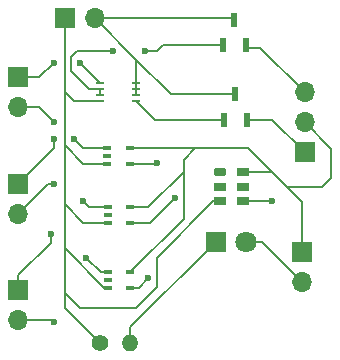
<source format=gbr>
%TF.GenerationSoftware,KiCad,Pcbnew,8.0.2-8.0.2-0~ubuntu22.04.1*%
%TF.CreationDate,2024-05-29T00:58:32-04:00*%
%TF.ProjectId,candel24h_v1,63616e64-656c-4323-9468-5f76312e6b69,rev?*%
%TF.SameCoordinates,Original*%
%TF.FileFunction,Copper,L1,Top*%
%TF.FilePolarity,Positive*%
%FSLAX46Y46*%
G04 Gerber Fmt 4.6, Leading zero omitted, Abs format (unit mm)*
G04 Created by KiCad (PCBNEW 8.0.2-8.0.2-0~ubuntu22.04.1) date 2024-05-29 00:58:32*
%MOMM*%
%LPD*%
G01*
G04 APERTURE LIST*
G04 Aperture macros list*
%AMRoundRect*
0 Rectangle with rounded corners*
0 $1 Rounding radius*
0 $2 $3 $4 $5 $6 $7 $8 $9 X,Y pos of 4 corners*
0 Add a 4 corners polygon primitive as box body*
4,1,4,$2,$3,$4,$5,$6,$7,$8,$9,$2,$3,0*
0 Add four circle primitives for the rounded corners*
1,1,$1+$1,$2,$3*
1,1,$1+$1,$4,$5*
1,1,$1+$1,$6,$7*
1,1,$1+$1,$8,$9*
0 Add four rect primitives between the rounded corners*
20,1,$1+$1,$2,$3,$4,$5,0*
20,1,$1+$1,$4,$5,$6,$7,0*
20,1,$1+$1,$6,$7,$8,$9,0*
20,1,$1+$1,$8,$9,$2,$3,0*%
G04 Aperture macros list end*
%TA.AperFunction,ComponentPad*%
%ADD10R,1.700000X1.700000*%
%TD*%
%TA.AperFunction,ComponentPad*%
%ADD11O,1.700000X1.700000*%
%TD*%
%TA.AperFunction,SMDPad,CuDef*%
%ADD12RoundRect,0.114829X-0.410171X-0.235171X0.410171X-0.235171X0.410171X0.235171X-0.410171X0.235171X0*%
%TD*%
%TA.AperFunction,SMDPad,CuDef*%
%ADD13R,1.050000X0.700000*%
%TD*%
%TA.AperFunction,SMDPad,CuDef*%
%ADD14R,0.755599X0.199200*%
%TD*%
%TA.AperFunction,SMDPad,CuDef*%
%ADD15RoundRect,0.100000X-0.225000X-0.100000X0.225000X-0.100000X0.225000X0.100000X-0.225000X0.100000X0*%
%TD*%
%TA.AperFunction,SMDPad,CuDef*%
%ADD16R,0.558800X1.219200*%
%TD*%
%TA.AperFunction,ComponentPad*%
%ADD17C,1.400000*%
%TD*%
%TA.AperFunction,ComponentPad*%
%ADD18O,1.400000X1.400000*%
%TD*%
%TA.AperFunction,ComponentPad*%
%ADD19R,1.800000X1.800000*%
%TD*%
%TA.AperFunction,ComponentPad*%
%ADD20C,1.800000*%
%TD*%
%TA.AperFunction,ViaPad*%
%ADD21C,0.600000*%
%TD*%
%TA.AperFunction,Conductor*%
%ADD22C,0.200000*%
%TD*%
G04 APERTURE END LIST*
D10*
%TO.P,LEDsw,1,Pin_1*%
%TO.N,Net-(CLK1-Vdd)*%
X149525000Y-74750000D03*
D11*
%TO.P,LEDsw,2,Pin_2*%
%TO.N,Net-(D1-A)*%
X149525000Y-77290000D03*
%TD*%
D10*
%TO.P,5ms,1,Pin_1*%
%TO.N,Net-(J5-Pin_1)*%
X125500000Y-78000000D03*
D11*
%TO.P,5ms,2,Pin_2*%
%TO.N,Net-(J5-Pin_2)*%
X125500000Y-80540000D03*
%TD*%
D10*
%TO.P,22s,1,Pin_1*%
%TO.N,Net-(J4-Pin_1)*%
X125500000Y-69000000D03*
D11*
%TO.P,22s,2,Pin_2*%
%TO.N,Net-(J4-Pin_2)*%
X125500000Y-71540000D03*
%TD*%
D10*
%TO.P,24h,1,Pin_1*%
%TO.N,Net-(J3-Pin_1)*%
X125500000Y-60000000D03*
D11*
%TO.P,24h,2,Pin_2*%
%TO.N,Net-(J3-Pin_2)*%
X125500000Y-62540000D03*
%TD*%
D10*
%TO.P,BAT,1,Pin_1*%
%TO.N,Net-(CLK1-GND)*%
X129460000Y-55000000D03*
D11*
%TO.P,BAT,2,Pin_2*%
%TO.N,Net-(J2-Pin_2)*%
X132000000Y-55000000D03*
%TD*%
D10*
%TO.P,SPDT,1,Pin_1*%
%TO.N,Net-(J1-Pin_1)*%
X149750000Y-66330000D03*
D11*
%TO.P,SPDT,2,Pin_2*%
%TO.N,Net-(CLK1-Vdd)*%
X149750000Y-63790000D03*
%TO.P,SPDT,3,Pin_3*%
%TO.N,Net-(J1-Pin_3)*%
X149750000Y-61250000D03*
%TD*%
D12*
%TO.P,CLK,1,NC*%
%TO.N,unconnected-(CLK1-NC-Pad1)*%
X142600000Y-68000000D03*
D13*
%TO.P,CLK,2,OE*%
%TO.N,unconnected-(CLK1-OE-Pad2)*%
X142600000Y-69250000D03*
%TO.P,CLK,3,GND*%
%TO.N,Net-(CLK1-GND)*%
X142600000Y-70500000D03*
%TO.P,CLK,4,CLK+*%
%TO.N,Net-(CLK1-CLK+)*%
X144500000Y-70500000D03*
%TO.P,CLK,5,CLK-*%
%TO.N,unconnected-(CLK1-CLK--Pad5)*%
X144500000Y-69250000D03*
%TO.P,CLK,6,Vdd*%
%TO.N,Net-(CLK1-Vdd)*%
X144500000Y-68000000D03*
%TD*%
D14*
%TO.P,flipflop,1,1*%
%TO.N,Net-(J3-Pin_1)*%
X132444400Y-60499998D03*
%TO.P,flipflop,2,2*%
%TO.N,Net-(TR1-Pad1)*%
X132444400Y-60999999D03*
%TO.P,flipflop,3,3*%
X132444400Y-61499999D03*
%TO.P,flipflop,4,4*%
%TO.N,Net-(CLK1-GND)*%
X132444400Y-62000000D03*
%TO.P,flipflop,5,5*%
%TO.N,Net-(TR2-Pad1)*%
X135500000Y-62000000D03*
%TO.P,flipflop,6,6*%
%TO.N,Net-(J2-Pin_2)*%
X135500000Y-61499999D03*
%TO.P,flipflop,7,7*%
X135500000Y-60999999D03*
%TO.P,flipflop,8,8*%
X135500000Y-60499998D03*
%TD*%
D15*
%TO.P,div1,1,X1*%
%TO.N,Net-(CLK1-CLK+)*%
X133100000Y-76500000D03*
%TO.P,div1,2,X2*%
%TO.N,unconnected-(div1-X2-Pad2)*%
X133100000Y-77150000D03*
%TO.P,div1,3,GND*%
%TO.N,Net-(CLK1-GND)*%
X133100000Y-77800000D03*
%TO.P,div1,4,Q*%
%TO.N,Net-(J5-Pin_2)*%
X135000000Y-77800000D03*
%TO.P,div1,5,VCC*%
%TO.N,Net-(CLK1-Vdd)*%
X135000000Y-76500000D03*
%TD*%
%TO.P,div3,1,X1*%
%TO.N,Net-(J4-Pin_1)*%
X133050000Y-66000000D03*
%TO.P,div3,2,X2*%
%TO.N,unconnected-(div3-X2-Pad2)*%
X133050000Y-66650000D03*
%TO.P,div3,3,GND*%
%TO.N,Net-(CLK1-GND)*%
X133050000Y-67300000D03*
%TO.P,div3,4,Q*%
%TO.N,Net-(J3-Pin_2)*%
X134950000Y-67300000D03*
%TO.P,div3,5,VCC*%
%TO.N,Net-(CLK1-Vdd)*%
X134950000Y-66000000D03*
%TD*%
%TO.P,div2,1,X1*%
%TO.N,Net-(J5-Pin_1)*%
X133100000Y-71000000D03*
%TO.P,div2,2,X2*%
%TO.N,unconnected-(div2-X2-Pad2)*%
X133100000Y-71650000D03*
%TO.P,div2,3,GND*%
%TO.N,Net-(CLK1-GND)*%
X133100000Y-72300000D03*
%TO.P,div2,4,Q*%
%TO.N,Net-(J4-Pin_2)*%
X135000000Y-72300000D03*
%TO.P,div2,5,VCC*%
%TO.N,Net-(CLK1-Vdd)*%
X135000000Y-71000000D03*
%TD*%
D16*
%TO.P,TR2,1*%
%TO.N,Net-(TR2-Pad1)*%
X142931101Y-63566800D03*
%TO.P,TR2,2*%
%TO.N,Net-(J1-Pin_1)*%
X144836101Y-63566800D03*
%TO.P,TR2,3*%
%TO.N,Net-(J2-Pin_2)*%
X143883601Y-61433200D03*
%TD*%
%TO.P,TR1,1*%
%TO.N,Net-(TR1-Pad1)*%
X142845000Y-57250000D03*
%TO.P,TR1,2*%
%TO.N,Net-(J1-Pin_3)*%
X144750000Y-57250000D03*
%TO.P,TR1,3*%
%TO.N,Net-(J2-Pin_2)*%
X143797500Y-55116400D03*
%TD*%
D17*
%TO.P,R1,1*%
%TO.N,Net-(CLK1-GND)*%
X132460000Y-82500000D03*
D18*
%TO.P,R1,2*%
%TO.N,Net-(D1-K)*%
X135000000Y-82500000D03*
%TD*%
D19*
%TO.P,LED,1,K*%
%TO.N,Net-(D1-K)*%
X142250000Y-73900000D03*
D20*
%TO.P,LED,2,A*%
%TO.N,Net-(D1-A)*%
X144790000Y-73900000D03*
%TD*%
D21*
%TO.N,Net-(TR1-Pad1)*%
X136250000Y-57750000D03*
X133500000Y-57750000D03*
%TO.N,Net-(J3-Pin_1)*%
X128500000Y-58750000D03*
X130750000Y-58750000D03*
%TO.N,Net-(J4-Pin_1)*%
X128500000Y-65250000D03*
X130250000Y-65250000D03*
%TO.N,Net-(J3-Pin_2)*%
X137250000Y-67250000D03*
X128500000Y-63750000D03*
%TO.N,Net-(J5-Pin_1)*%
X128250000Y-73250000D03*
X131000000Y-70500000D03*
%TO.N,Net-(J4-Pin_2)*%
X128500000Y-69000000D03*
X138750000Y-70250000D03*
%TO.N,Net-(J5-Pin_2)*%
X128500000Y-80750000D03*
X136500000Y-77000000D03*
%TO.N,Net-(CLK1-CLK+)*%
X131250000Y-75250000D03*
X147000000Y-70500000D03*
%TD*%
D22*
%TO.N,Net-(TR1-Pad1)*%
X137750000Y-57250000D02*
X142845000Y-57250000D01*
X130000000Y-59500000D02*
X130000000Y-58250000D01*
X132444400Y-60999999D02*
X131499999Y-60999999D01*
X131499999Y-60999999D02*
X130000000Y-59500000D01*
X130500000Y-57750000D02*
X133500000Y-57750000D01*
X130000000Y-58250000D02*
X130500000Y-57750000D01*
X137250000Y-57750000D02*
X137750000Y-57250000D01*
X136250000Y-57750000D02*
X137250000Y-57750000D01*
X132444400Y-61499999D02*
X132444400Y-60999999D01*
%TO.N,Net-(J3-Pin_1)*%
X132444400Y-60499998D02*
X130750000Y-58805598D01*
X130750000Y-58805598D02*
X130750000Y-58750000D01*
X128500000Y-58750000D02*
X127250000Y-60000000D01*
X127250000Y-60000000D02*
X125500000Y-60000000D01*
%TO.N,Net-(J3-Pin_2)*%
X127290000Y-62540000D02*
X125500000Y-62540000D01*
X128500000Y-63750000D02*
X127290000Y-62540000D01*
%TO.N,Net-(J4-Pin_1)*%
X133050000Y-66000000D02*
X133293456Y-66000000D01*
X133293456Y-66000000D02*
X131000000Y-66000000D01*
X131000000Y-66000000D02*
X130250000Y-65250000D01*
X128500000Y-65250000D02*
X128500000Y-66000000D01*
X128500000Y-66000000D02*
X125500000Y-69000000D01*
%TO.N,Net-(J3-Pin_2)*%
X134950000Y-67300000D02*
X137200000Y-67300000D01*
X137200000Y-67300000D02*
X137250000Y-67250000D01*
%TO.N,Net-(J5-Pin_1)*%
X128250000Y-74000000D02*
X125500000Y-76750000D01*
X133100000Y-71000000D02*
X131500000Y-71000000D01*
X131500000Y-71000000D02*
X131000000Y-70500000D01*
X125500000Y-76750000D02*
X125500000Y-78000000D01*
X128250000Y-73250000D02*
X128250000Y-74000000D01*
%TO.N,Net-(J4-Pin_2)*%
X135000000Y-72300000D02*
X136700000Y-72300000D01*
X136700000Y-72300000D02*
X138750000Y-70250000D01*
X128040000Y-69000000D02*
X125500000Y-71540000D01*
X128500000Y-69000000D02*
X128040000Y-69000000D01*
%TO.N,Net-(J5-Pin_2)*%
X128500000Y-80750000D02*
X128290000Y-80540000D01*
X135000000Y-77800000D02*
X135700000Y-77800000D01*
X135700000Y-77800000D02*
X136500000Y-77000000D01*
X128290000Y-80540000D02*
X125500000Y-80540000D01*
%TO.N,Net-(CLK1-CLK+)*%
X132500000Y-76500000D02*
X133100000Y-76500000D01*
X131250000Y-75250000D02*
X132500000Y-76500000D01*
X144500000Y-70500000D02*
X147000000Y-70500000D01*
%TO.N,Net-(D1-K)*%
X135000000Y-82500000D02*
X135000000Y-81150000D01*
X135000000Y-81150000D02*
X142250000Y-73900000D01*
%TO.N,Net-(CLK1-GND)*%
X129460000Y-74484999D02*
X129460000Y-78250000D01*
X129460000Y-78250000D02*
X129460000Y-79500000D01*
X135500000Y-79500000D02*
X130710000Y-79500000D01*
X130710000Y-79500000D02*
X129460000Y-78250000D01*
X129460000Y-79500000D02*
X132460000Y-82500000D01*
X135500000Y-79500000D02*
X137250000Y-77750000D01*
X137250000Y-77750000D02*
X137250000Y-75250000D01*
X137250000Y-75250000D02*
X142000000Y-70500000D01*
X142000000Y-70500000D02*
X142600000Y-70500000D01*
X129460000Y-55000000D02*
X129460000Y-61250000D01*
X129460000Y-61250000D02*
X129460000Y-65750000D01*
X132444400Y-62000000D02*
X130210000Y-62000000D01*
X130210000Y-62000000D02*
X129460000Y-61250000D01*
X129460000Y-65750000D02*
X129460000Y-70750000D01*
X129460000Y-70750000D02*
X129460000Y-74484999D01*
X133100000Y-72300000D02*
X131010000Y-72300000D01*
X131010000Y-72300000D02*
X129460000Y-70750000D01*
X133050000Y-67300000D02*
X131010000Y-67300000D01*
X131010000Y-67300000D02*
X129460000Y-65750000D01*
X132775001Y-77800000D02*
X133100000Y-77800000D01*
%TO.N,Net-(CLK1-Vdd)*%
X139500000Y-72000000D02*
X139500000Y-68000000D01*
X139500000Y-68000000D02*
X139500000Y-67000000D01*
X135000000Y-71000000D02*
X136500000Y-71000000D01*
X136500000Y-71000000D02*
X139500000Y-68000000D01*
X135000000Y-76500000D02*
X139500000Y-72000000D01*
X145000000Y-66000000D02*
X140500000Y-66000000D01*
X139500000Y-67000000D02*
X140500000Y-66000000D01*
X147000000Y-68000000D02*
X145000000Y-66000000D01*
X149525000Y-74750000D02*
X149525000Y-70525000D01*
X149525000Y-70525000D02*
X147000000Y-68000000D01*
%TO.N,Net-(D1-A)*%
X144790000Y-73900000D02*
X146135000Y-73900000D01*
X146135000Y-73900000D02*
X149525000Y-77290000D01*
%TO.N,Net-(CLK1-Vdd)*%
X149750000Y-63790000D02*
X152000000Y-66040000D01*
X152000000Y-66040000D02*
X152000000Y-68500000D01*
X152000000Y-68500000D02*
X151250000Y-69250000D01*
X151250000Y-69250000D02*
X148250000Y-69250000D01*
X148250000Y-69250000D02*
X147000000Y-68000000D01*
X147000000Y-68000000D02*
X144500000Y-68000000D01*
%TO.N,Net-(J1-Pin_1)*%
X144836101Y-63566800D02*
X146986800Y-63566800D01*
X146986800Y-63566800D02*
X149750000Y-66330000D01*
%TO.N,Net-(J1-Pin_3)*%
X144750000Y-57250000D02*
X145000000Y-57500000D01*
X145000000Y-57500000D02*
X146000000Y-57500000D01*
X146000000Y-57500000D02*
X149750000Y-61250000D01*
%TO.N,Net-(TR2-Pad1)*%
X135500000Y-62000000D02*
X137066800Y-63566800D01*
X137066800Y-63566800D02*
X142931101Y-63566800D01*
%TO.N,Net-(J2-Pin_2)*%
X132000000Y-55000000D02*
X143681100Y-55000000D01*
X143681100Y-55000000D02*
X143797500Y-55116400D01*
X135500000Y-58500000D02*
X138433200Y-61433200D01*
X138433200Y-61433200D02*
X143883601Y-61433200D01*
X135500000Y-60999999D02*
X135500000Y-61499999D01*
X135500000Y-60499998D02*
X135500000Y-60999999D01*
X132000000Y-55000000D02*
X135500000Y-58500000D01*
X135500000Y-58500000D02*
X135500000Y-60499998D01*
%TO.N,Net-(CLK1-Vdd)*%
X140500000Y-66000000D02*
X134950000Y-66000000D01*
%TO.N,Net-(CLK1-GND)*%
X129460000Y-74484999D02*
X132775001Y-77800000D01*
%TD*%
M02*

</source>
